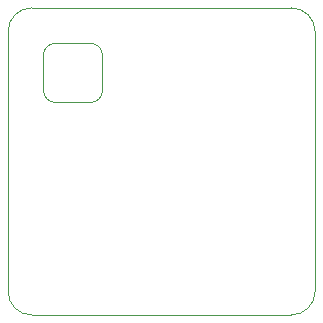
<source format=gm1>
G04 #@! TF.GenerationSoftware,KiCad,Pcbnew,9.0.2-9.0.2-0~ubuntu24.04.1*
G04 #@! TF.CreationDate,2025-07-24T13:16:32-07:00*
G04 #@! TF.ProjectId,2025-mini-keychain,32303235-2d6d-4696-9e69-2d6b65796368,rev?*
G04 #@! TF.SameCoordinates,Original*
G04 #@! TF.FileFunction,Profile,NP*
%FSLAX46Y46*%
G04 Gerber Fmt 4.6, Leading zero omitted, Abs format (unit mm)*
G04 Created by KiCad (PCBNEW 9.0.2-9.0.2-0~ubuntu24.04.1) date 2025-07-24 13:16:32*
%MOMM*%
%LPD*%
G01*
G04 APERTURE LIST*
G04 #@! TA.AperFunction,Profile*
%ADD10C,0.050000*%
G04 #@! TD*
G04 APERTURE END LIST*
D10*
X52000000Y-76000000D02*
G75*
G02*
X50000000Y-74000000I0J2000000D01*
G01*
X74000000Y-76000000D02*
X52000000Y-76000000D01*
X58000000Y-54000000D02*
X58000000Y-57000000D01*
X52000000Y-50000000D02*
X74000000Y-50000000D01*
X76000000Y-74000000D02*
G75*
G02*
X74000000Y-76000000I-2000000J0D01*
G01*
X50000000Y-52000000D02*
G75*
G02*
X52000000Y-50000000I2000000J0D01*
G01*
X57000000Y-53000000D02*
G75*
G02*
X58000000Y-54000000I0J-1000000D01*
G01*
X53000000Y-57000000D02*
X53000000Y-54000000D01*
X76000000Y-52000000D02*
X76000000Y-74000000D01*
X57000000Y-58000000D02*
X54000000Y-58000000D01*
X50000000Y-74000000D02*
X50000000Y-52000000D01*
X58000000Y-57000000D02*
G75*
G02*
X57000000Y-58000000I-1000000J0D01*
G01*
X54000000Y-58000000D02*
G75*
G02*
X53000000Y-57000000I0J1000000D01*
G01*
X54000000Y-53000000D02*
X57000000Y-53000000D01*
X74000000Y-50000000D02*
G75*
G02*
X76000000Y-52000000I0J-2000000D01*
G01*
X53000000Y-54000000D02*
G75*
G02*
X54000000Y-53000000I1000000J0D01*
G01*
M02*

</source>
